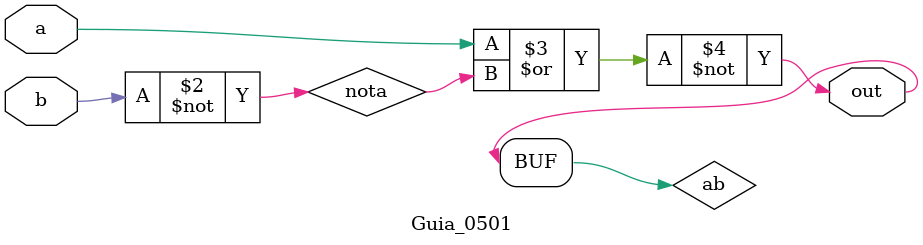
<source format=v>
module Guia_0501 (
    input a,
    input b,
    output out
);

wire nota;
wire ab;

// Porta NOR para ~b
nor (nota, b, b);

// Porta NOR para a & ~b
nor (ab, a, nota);

// Saída
assign out = ab;

endmodule

</source>
